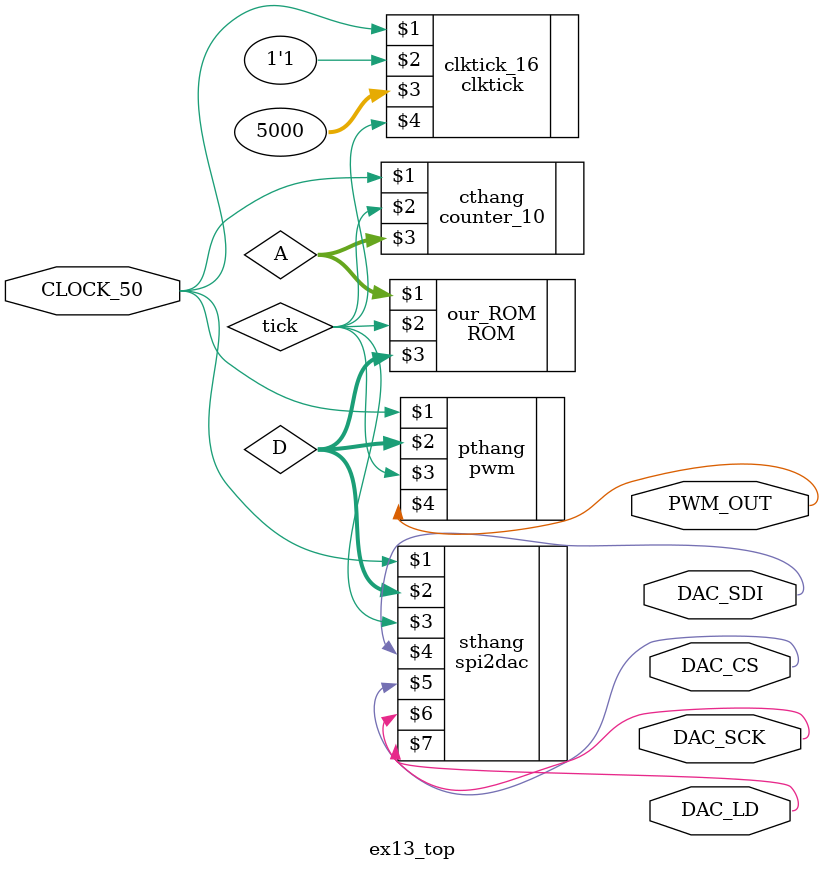
<source format=v>
module ex13_top (
		CLOCK_50,
		DAC_CS,
		DAC_SDI,
		DAC_LD,
		DAC_SCK,
		PWM_OUT
);

input CLOCK_50;

output DAC_CS, DAC_SDI, DAC_LD, DAC_SCK, PWM_OUT;

wire tick;
wire[9:0] A, D;

clktick clktick_16 (CLOCK_50, 1'b1, 5000, tick);

counter_10 cthang (CLOCK_50, tick, A);

ROM our_ROM (A, tick, D);

spi2dac sthang (CLOCK_50, D, tick, DAC_SDI, DAC_CS, DAC_SCK, DAC_LD);

pwm pthang (CLOCK_50, D, tick, PWM_OUT);

endmodule 
</source>
